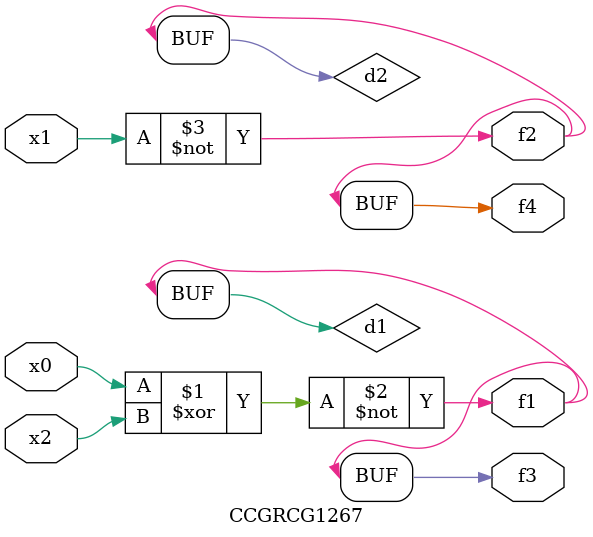
<source format=v>
module CCGRCG1267(
	input x0, x1, x2,
	output f1, f2, f3, f4
);

	wire d1, d2, d3;

	xnor (d1, x0, x2);
	nand (d2, x1);
	nor (d3, x1, x2);
	assign f1 = d1;
	assign f2 = d2;
	assign f3 = d1;
	assign f4 = d2;
endmodule

</source>
